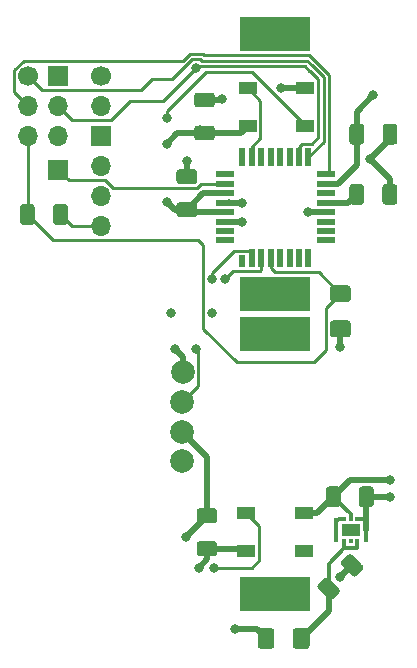
<source format=gbr>
G04 #@! TF.GenerationSoftware,KiCad,Pcbnew,(5.1.6)-1*
G04 #@! TF.CreationDate,2020-06-16T20:45:44-04:00*
G04 #@! TF.ProjectId,SRF Pendants,53524620-5065-46e6-9461-6e74732e6b69,rev?*
G04 #@! TF.SameCoordinates,Original*
G04 #@! TF.FileFunction,Copper,L4,Bot*
G04 #@! TF.FilePolarity,Positive*
%FSLAX46Y46*%
G04 Gerber Fmt 4.6, Leading zero omitted, Abs format (unit mm)*
G04 Created by KiCad (PCBNEW (5.1.6)-1) date 2020-06-16 20:45:44*
%MOMM*%
%LPD*%
G01*
G04 APERTURE LIST*
G04 #@! TA.AperFunction,ComponentPad*
%ADD10R,6.000000X3.000000*%
G04 #@! TD*
G04 #@! TA.AperFunction,ComponentPad*
%ADD11R,1.700000X1.700000*%
G04 #@! TD*
G04 #@! TA.AperFunction,SMDPad,CuDef*
%ADD12R,0.350000X0.375000*%
G04 #@! TD*
G04 #@! TA.AperFunction,SMDPad,CuDef*
%ADD13R,0.400000X2.100000*%
G04 #@! TD*
G04 #@! TA.AperFunction,SMDPad,CuDef*
%ADD14R,1.500000X1.100000*%
G04 #@! TD*
G04 #@! TA.AperFunction,SMDPad,CuDef*
%ADD15R,1.500000X1.000000*%
G04 #@! TD*
G04 #@! TA.AperFunction,ComponentPad*
%ADD16C,1.700000*%
G04 #@! TD*
G04 #@! TA.AperFunction,ComponentPad*
%ADD17O,1.700000X1.700000*%
G04 #@! TD*
G04 #@! TA.AperFunction,SMDPad,CuDef*
%ADD18C,2.000000*%
G04 #@! TD*
G04 #@! TA.AperFunction,SMDPad,CuDef*
%ADD19R,0.550000X1.000000*%
G04 #@! TD*
G04 #@! TA.AperFunction,SMDPad,CuDef*
%ADD20R,0.550000X1.600000*%
G04 #@! TD*
G04 #@! TA.AperFunction,SMDPad,CuDef*
%ADD21R,1.600000X0.550000*%
G04 #@! TD*
G04 #@! TA.AperFunction,ViaPad*
%ADD22C,0.800000*%
G04 #@! TD*
G04 #@! TA.AperFunction,Conductor*
%ADD23C,0.500000*%
G04 #@! TD*
G04 #@! TA.AperFunction,Conductor*
%ADD24C,0.350000*%
G04 #@! TD*
G04 #@! TA.AperFunction,Conductor*
%ADD25C,0.250000*%
G04 #@! TD*
G04 APERTURE END LIST*
D10*
X89500000Y-94500000D03*
X89500000Y-116500000D03*
X89500000Y-119900000D03*
X89500000Y-141900000D03*
D11*
X71100000Y-106000000D03*
D12*
X95350000Y-135562500D03*
X95900000Y-135562500D03*
X96450000Y-135562500D03*
X96450000Y-137437500D03*
X95900000Y-137437500D03*
X95350000Y-137437500D03*
D13*
X94650000Y-136500000D03*
X97150000Y-136500000D03*
D14*
X95900000Y-136500000D03*
G04 #@! TA.AperFunction,SMDPad,CuDef*
G36*
G01*
X96575000Y-134325000D02*
X96575000Y-133075000D01*
G75*
G02*
X96825000Y-132825000I250000J0D01*
G01*
X97575000Y-132825000D01*
G75*
G02*
X97825000Y-133075000I0J-250000D01*
G01*
X97825000Y-134325000D01*
G75*
G02*
X97575000Y-134575000I-250000J0D01*
G01*
X96825000Y-134575000D01*
G75*
G02*
X96575000Y-134325000I0J250000D01*
G01*
G37*
G04 #@! TD.AperFunction*
G04 #@! TA.AperFunction,SMDPad,CuDef*
G36*
G01*
X93775000Y-134325000D02*
X93775000Y-133075000D01*
G75*
G02*
X94025000Y-132825000I250000J0D01*
G01*
X94775000Y-132825000D01*
G75*
G02*
X95025000Y-133075000I0J-250000D01*
G01*
X95025000Y-134325000D01*
G75*
G02*
X94775000Y-134575000I-250000J0D01*
G01*
X94025000Y-134575000D01*
G75*
G02*
X93775000Y-134325000I0J250000D01*
G01*
G37*
G04 #@! TD.AperFunction*
G04 #@! TA.AperFunction,SMDPad,CuDef*
G36*
G01*
X95989949Y-140393934D02*
X95106065Y-139510051D01*
G75*
G02*
X95106065Y-139156497I176777J176777D01*
G01*
X95636395Y-138626167D01*
G75*
G02*
X95989949Y-138626167I176777J-176777D01*
G01*
X96873833Y-139510051D01*
G75*
G02*
X96873833Y-139863605I-176777J-176777D01*
G01*
X96343503Y-140393935D01*
G75*
G02*
X95989949Y-140393935I-176777J176777D01*
G01*
G37*
G04 #@! TD.AperFunction*
G04 #@! TA.AperFunction,SMDPad,CuDef*
G36*
G01*
X94010051Y-142373832D02*
X93126167Y-141489949D01*
G75*
G02*
X93126167Y-141136395I176777J176777D01*
G01*
X93656497Y-140606065D01*
G75*
G02*
X94010051Y-140606065I176777J-176777D01*
G01*
X94893935Y-141489949D01*
G75*
G02*
X94893935Y-141843503I-176777J-176777D01*
G01*
X94363605Y-142373833D01*
G75*
G02*
X94010051Y-142373833I-176777J176777D01*
G01*
G37*
G04 #@! TD.AperFunction*
D15*
X87150000Y-102300000D03*
X87150000Y-99100000D03*
X92050000Y-102300000D03*
X92050000Y-99100000D03*
X87050000Y-138300000D03*
X87050000Y-135100000D03*
X91950000Y-138300000D03*
X91950000Y-135100000D03*
G04 #@! TA.AperFunction,SMDPad,CuDef*
G36*
G01*
X98565000Y-108725000D02*
X98565000Y-107475000D01*
G75*
G02*
X98815000Y-107225000I250000J0D01*
G01*
X99565000Y-107225000D01*
G75*
G02*
X99815000Y-107475000I0J-250000D01*
G01*
X99815000Y-108725000D01*
G75*
G02*
X99565000Y-108975000I-250000J0D01*
G01*
X98815000Y-108975000D01*
G75*
G02*
X98565000Y-108725000I0J250000D01*
G01*
G37*
G04 #@! TD.AperFunction*
G04 #@! TA.AperFunction,SMDPad,CuDef*
G36*
G01*
X95765000Y-108725000D02*
X95765000Y-107475000D01*
G75*
G02*
X96015000Y-107225000I250000J0D01*
G01*
X96765000Y-107225000D01*
G75*
G02*
X97015000Y-107475000I0J-250000D01*
G01*
X97015000Y-108725000D01*
G75*
G02*
X96765000Y-108975000I-250000J0D01*
G01*
X96015000Y-108975000D01*
G75*
G02*
X95765000Y-108725000I0J250000D01*
G01*
G37*
G04 #@! TD.AperFunction*
D16*
X68580000Y-98100000D03*
D11*
X71120000Y-98100000D03*
D17*
X68580000Y-100640000D03*
X71120000Y-100640000D03*
X68580000Y-103180000D03*
X71120000Y-103180000D03*
D16*
X74700000Y-98100000D03*
D17*
X74700000Y-100640000D03*
D11*
X74700000Y-103180000D03*
D17*
X74700000Y-105720000D03*
X74700000Y-108260000D03*
X74700000Y-110800000D03*
G04 #@! TA.AperFunction,SMDPad,CuDef*
G36*
G01*
X69125000Y-109175000D02*
X69125000Y-110425000D01*
G75*
G02*
X68875000Y-110675000I-250000J0D01*
G01*
X68125000Y-110675000D01*
G75*
G02*
X67875000Y-110425000I0J250000D01*
G01*
X67875000Y-109175000D01*
G75*
G02*
X68125000Y-108925000I250000J0D01*
G01*
X68875000Y-108925000D01*
G75*
G02*
X69125000Y-109175000I0J-250000D01*
G01*
G37*
G04 #@! TD.AperFunction*
G04 #@! TA.AperFunction,SMDPad,CuDef*
G36*
G01*
X71925000Y-109175000D02*
X71925000Y-110425000D01*
G75*
G02*
X71675000Y-110675000I-250000J0D01*
G01*
X70925000Y-110675000D01*
G75*
G02*
X70675000Y-110425000I0J250000D01*
G01*
X70675000Y-109175000D01*
G75*
G02*
X70925000Y-108925000I250000J0D01*
G01*
X71675000Y-108925000D01*
G75*
G02*
X71925000Y-109175000I0J-250000D01*
G01*
G37*
G04 #@! TD.AperFunction*
D18*
X81640000Y-123136000D03*
X81600000Y-125700000D03*
X81600000Y-128200000D03*
X81600000Y-130700000D03*
D19*
X86700000Y-113700000D03*
D20*
X87500000Y-113450000D03*
X88300000Y-113450000D03*
X89100000Y-113450000D03*
X89900000Y-113450000D03*
X90700000Y-113450000D03*
X91500000Y-113450000D03*
X92300000Y-113450000D03*
D21*
X93750000Y-112000000D03*
X93750000Y-111200000D03*
X93750000Y-110400000D03*
X93750000Y-109600000D03*
X93750000Y-108800000D03*
X93750000Y-108000000D03*
X93750000Y-107200000D03*
X93750000Y-106400000D03*
D20*
X92300000Y-104950000D03*
X91500000Y-104950000D03*
X90700000Y-104950000D03*
X89900000Y-104950000D03*
X89100000Y-104950000D03*
X88300000Y-104950000D03*
X87500000Y-104950000D03*
X86700000Y-104950000D03*
D21*
X85250000Y-106400000D03*
X85250000Y-107200000D03*
X85250000Y-108000000D03*
X85250000Y-108800000D03*
X85250000Y-109600000D03*
X85250000Y-110400000D03*
X85250000Y-111200000D03*
X85250000Y-112000000D03*
G04 #@! TA.AperFunction,SMDPad,CuDef*
G36*
G01*
X95625000Y-117225000D02*
X94375000Y-117225000D01*
G75*
G02*
X94125000Y-116975000I0J250000D01*
G01*
X94125000Y-116050000D01*
G75*
G02*
X94375000Y-115800000I250000J0D01*
G01*
X95625000Y-115800000D01*
G75*
G02*
X95875000Y-116050000I0J-250000D01*
G01*
X95875000Y-116975000D01*
G75*
G02*
X95625000Y-117225000I-250000J0D01*
G01*
G37*
G04 #@! TD.AperFunction*
G04 #@! TA.AperFunction,SMDPad,CuDef*
G36*
G01*
X95625000Y-120200000D02*
X94375000Y-120200000D01*
G75*
G02*
X94125000Y-119950000I0J250000D01*
G01*
X94125000Y-119025000D01*
G75*
G02*
X94375000Y-118775000I250000J0D01*
G01*
X95625000Y-118775000D01*
G75*
G02*
X95875000Y-119025000I0J-250000D01*
G01*
X95875000Y-119950000D01*
G75*
G02*
X95625000Y-120200000I-250000J0D01*
G01*
G37*
G04 #@! TD.AperFunction*
G04 #@! TA.AperFunction,SMDPad,CuDef*
G36*
G01*
X88000000Y-146325000D02*
X88000000Y-145075000D01*
G75*
G02*
X88250000Y-144825000I250000J0D01*
G01*
X89175000Y-144825000D01*
G75*
G02*
X89425000Y-145075000I0J-250000D01*
G01*
X89425000Y-146325000D01*
G75*
G02*
X89175000Y-146575000I-250000J0D01*
G01*
X88250000Y-146575000D01*
G75*
G02*
X88000000Y-146325000I0J250000D01*
G01*
G37*
G04 #@! TD.AperFunction*
G04 #@! TA.AperFunction,SMDPad,CuDef*
G36*
G01*
X90975000Y-146325000D02*
X90975000Y-145075000D01*
G75*
G02*
X91225000Y-144825000I250000J0D01*
G01*
X92150000Y-144825000D01*
G75*
G02*
X92400000Y-145075000I0J-250000D01*
G01*
X92400000Y-146325000D01*
G75*
G02*
X92150000Y-146575000I-250000J0D01*
G01*
X91225000Y-146575000D01*
G75*
G02*
X90975000Y-146325000I0J250000D01*
G01*
G37*
G04 #@! TD.AperFunction*
G04 #@! TA.AperFunction,SMDPad,CuDef*
G36*
G01*
X84125000Y-100725000D02*
X82875000Y-100725000D01*
G75*
G02*
X82625000Y-100475000I0J250000D01*
G01*
X82625000Y-99725000D01*
G75*
G02*
X82875000Y-99475000I250000J0D01*
G01*
X84125000Y-99475000D01*
G75*
G02*
X84375000Y-99725000I0J-250000D01*
G01*
X84375000Y-100475000D01*
G75*
G02*
X84125000Y-100725000I-250000J0D01*
G01*
G37*
G04 #@! TD.AperFunction*
G04 #@! TA.AperFunction,SMDPad,CuDef*
G36*
G01*
X84125000Y-103525000D02*
X82875000Y-103525000D01*
G75*
G02*
X82625000Y-103275000I0J250000D01*
G01*
X82625000Y-102525000D01*
G75*
G02*
X82875000Y-102275000I250000J0D01*
G01*
X84125000Y-102275000D01*
G75*
G02*
X84375000Y-102525000I0J-250000D01*
G01*
X84375000Y-103275000D01*
G75*
G02*
X84125000Y-103525000I-250000J0D01*
G01*
G37*
G04 #@! TD.AperFunction*
G04 #@! TA.AperFunction,SMDPad,CuDef*
G36*
G01*
X83075000Y-137475000D02*
X84325000Y-137475000D01*
G75*
G02*
X84575000Y-137725000I0J-250000D01*
G01*
X84575000Y-138475000D01*
G75*
G02*
X84325000Y-138725000I-250000J0D01*
G01*
X83075000Y-138725000D01*
G75*
G02*
X82825000Y-138475000I0J250000D01*
G01*
X82825000Y-137725000D01*
G75*
G02*
X83075000Y-137475000I250000J0D01*
G01*
G37*
G04 #@! TD.AperFunction*
G04 #@! TA.AperFunction,SMDPad,CuDef*
G36*
G01*
X83075000Y-134675000D02*
X84325000Y-134675000D01*
G75*
G02*
X84575000Y-134925000I0J-250000D01*
G01*
X84575000Y-135675000D01*
G75*
G02*
X84325000Y-135925000I-250000J0D01*
G01*
X83075000Y-135925000D01*
G75*
G02*
X82825000Y-135675000I0J250000D01*
G01*
X82825000Y-134925000D01*
G75*
G02*
X83075000Y-134675000I250000J0D01*
G01*
G37*
G04 #@! TD.AperFunction*
G04 #@! TA.AperFunction,SMDPad,CuDef*
G36*
G01*
X97025000Y-102375000D02*
X97025000Y-103625000D01*
G75*
G02*
X96775000Y-103875000I-250000J0D01*
G01*
X96025000Y-103875000D01*
G75*
G02*
X95775000Y-103625000I0J250000D01*
G01*
X95775000Y-102375000D01*
G75*
G02*
X96025000Y-102125000I250000J0D01*
G01*
X96775000Y-102125000D01*
G75*
G02*
X97025000Y-102375000I0J-250000D01*
G01*
G37*
G04 #@! TD.AperFunction*
G04 #@! TA.AperFunction,SMDPad,CuDef*
G36*
G01*
X99825000Y-102375000D02*
X99825000Y-103625000D01*
G75*
G02*
X99575000Y-103875000I-250000J0D01*
G01*
X98825000Y-103875000D01*
G75*
G02*
X98575000Y-103625000I0J250000D01*
G01*
X98575000Y-102375000D01*
G75*
G02*
X98825000Y-102125000I250000J0D01*
G01*
X99575000Y-102125000D01*
G75*
G02*
X99825000Y-102375000I0J-250000D01*
G01*
G37*
G04 #@! TD.AperFunction*
G04 #@! TA.AperFunction,SMDPad,CuDef*
G36*
G01*
X81375000Y-108775000D02*
X82625000Y-108775000D01*
G75*
G02*
X82875000Y-109025000I0J-250000D01*
G01*
X82875000Y-109775000D01*
G75*
G02*
X82625000Y-110025000I-250000J0D01*
G01*
X81375000Y-110025000D01*
G75*
G02*
X81125000Y-109775000I0J250000D01*
G01*
X81125000Y-109025000D01*
G75*
G02*
X81375000Y-108775000I250000J0D01*
G01*
G37*
G04 #@! TD.AperFunction*
G04 #@! TA.AperFunction,SMDPad,CuDef*
G36*
G01*
X81375000Y-105975000D02*
X82625000Y-105975000D01*
G75*
G02*
X82875000Y-106225000I0J-250000D01*
G01*
X82875000Y-106975000D01*
G75*
G02*
X82625000Y-107225000I-250000J0D01*
G01*
X81375000Y-107225000D01*
G75*
G02*
X81125000Y-106975000I0J250000D01*
G01*
X81125000Y-106225000D01*
G75*
G02*
X81375000Y-105975000I250000J0D01*
G01*
G37*
G04 #@! TD.AperFunction*
D22*
X80700000Y-118100000D03*
X97500000Y-105100000D03*
X82000000Y-105250000D03*
X85000000Y-100000000D03*
X90000000Y-99100000D03*
X86700000Y-108800000D03*
X86700000Y-110400000D03*
X92300000Y-109600000D03*
X81900000Y-137100000D03*
X95000000Y-140500000D03*
X99200000Y-132300000D03*
X83000000Y-139700000D03*
X81000000Y-121200000D03*
X80300000Y-108700000D03*
X99200000Y-133700000D03*
X95000000Y-121000000D03*
X80300000Y-103800000D03*
X97800000Y-99700000D03*
X84100000Y-118100000D03*
X86100000Y-144900000D03*
X84300000Y-139700000D03*
X80300000Y-101600000D03*
X82800000Y-97400000D03*
X82800000Y-121200000D03*
X85200000Y-115300000D03*
X84100000Y-115300000D03*
D23*
X83500000Y-100100000D02*
X83500000Y-100000000D01*
X83500000Y-100100000D02*
X84900000Y-100100000D01*
X84900000Y-100100000D02*
X85000000Y-100000000D01*
X82000000Y-106600000D02*
X82000000Y-105250000D01*
X85250000Y-110400000D02*
X86700000Y-110400000D01*
X85639963Y-108800000D02*
X85564964Y-108725001D01*
X86700000Y-108800000D02*
X85639963Y-108800000D01*
X92300000Y-109600000D02*
X93750000Y-109600000D01*
X92050000Y-99100000D02*
X90000000Y-99100000D01*
X95000000Y-140500000D02*
X95989949Y-139510051D01*
X83400000Y-135600000D02*
X83700000Y-135300000D01*
X83700000Y-130300000D02*
X83700000Y-135300000D01*
X81600000Y-128200000D02*
X83700000Y-130300000D01*
X93000000Y-135100000D02*
X94400000Y-133700000D01*
X91950000Y-135100000D02*
X93000000Y-135100000D01*
D24*
X95900000Y-135200000D02*
X94400000Y-133700000D01*
X95900000Y-135562500D02*
X95900000Y-135200000D01*
D23*
X95800000Y-132300000D02*
X94400000Y-133700000D01*
X99200000Y-132300000D02*
X95800000Y-132300000D01*
X83700000Y-135300000D02*
X81900000Y-137100000D01*
X99190000Y-106790000D02*
X97500000Y-105100000D01*
X99190000Y-108100000D02*
X99190000Y-106790000D01*
X99200000Y-103400000D02*
X97500000Y-105100000D01*
X99200000Y-103000000D02*
X99200000Y-103400000D01*
X83500000Y-102900000D02*
X83400000Y-102900000D01*
X83100000Y-102500000D02*
X83500000Y-102900000D01*
X95000000Y-121000000D02*
X95000000Y-119487500D01*
X81000000Y-109400000D02*
X80300000Y-108700000D01*
X82000000Y-109400000D02*
X81000000Y-109400000D01*
X83400000Y-108000000D02*
X85250000Y-108000000D01*
X82000000Y-109400000D02*
X83400000Y-108000000D01*
X82200000Y-109600000D02*
X85250000Y-109600000D01*
X82000000Y-109400000D02*
X82200000Y-109600000D01*
X86550000Y-102900000D02*
X87150000Y-102300000D01*
X83500000Y-102900000D02*
X86550000Y-102900000D01*
X86850000Y-138100000D02*
X87050000Y-138300000D01*
X83700000Y-138100000D02*
X86850000Y-138100000D01*
D24*
X96937502Y-135562500D02*
X96450000Y-135562500D01*
X97150000Y-135774998D02*
X96937502Y-135562500D01*
X97150000Y-136500000D02*
X97150000Y-135774998D01*
D23*
X97150000Y-133750000D02*
X97200000Y-133700000D01*
X97150000Y-136500000D02*
X97150000Y-133750000D01*
X99200000Y-133700000D02*
X97200000Y-133700000D01*
X94835002Y-107200000D02*
X96400000Y-105635002D01*
X96400000Y-105635002D02*
X96400000Y-103000000D01*
X93750000Y-107200000D02*
X94835002Y-107200000D01*
X95690000Y-108800000D02*
X96390000Y-108100000D01*
X93750000Y-108800000D02*
X95690000Y-108800000D01*
X96400000Y-101100000D02*
X97800000Y-99700000D01*
X96400000Y-103000000D02*
X96400000Y-101100000D01*
X83700000Y-139000000D02*
X83000000Y-139700000D01*
X83700000Y-138100000D02*
X83700000Y-139000000D01*
X81200000Y-102900000D02*
X80300000Y-103800000D01*
X83500000Y-102900000D02*
X81200000Y-102900000D01*
X81640000Y-121840000D02*
X81000000Y-121200000D01*
X81640000Y-123136000D02*
X81640000Y-121840000D01*
D25*
X71995001Y-106895001D02*
X71100000Y-106000000D01*
X85250000Y-107200000D02*
X83213190Y-107200000D01*
X83213190Y-107200000D02*
X82863180Y-107550010D01*
X75074003Y-106895001D02*
X71995001Y-106895001D01*
X82863180Y-107550010D02*
X75729012Y-107550010D01*
X75729012Y-107550010D02*
X75074003Y-106895001D01*
X88225001Y-100175001D02*
X88225001Y-103364997D01*
X87500000Y-104089998D02*
X87500000Y-104950000D01*
X88225001Y-103364997D02*
X87500000Y-104089998D01*
X87150000Y-99100000D02*
X88225001Y-100175001D01*
D23*
X87912500Y-144900000D02*
X88712500Y-145700000D01*
X86100000Y-144900000D02*
X87912500Y-144900000D01*
D25*
X92050000Y-102223002D02*
X92050000Y-102300000D01*
X83634315Y-97700000D02*
X87526998Y-97700000D01*
X80300000Y-101034315D02*
X83634315Y-97700000D01*
X87526998Y-97700000D02*
X92050000Y-102223002D01*
X80300000Y-101600000D02*
X80300000Y-101034315D01*
X88125001Y-139060001D02*
X87485002Y-139700000D01*
X88125001Y-136175001D02*
X88125001Y-139060001D01*
X87050000Y-135100000D02*
X88125001Y-136175001D01*
X87485002Y-139700000D02*
X84300000Y-139700000D01*
D23*
X94010051Y-143377449D02*
X94010051Y-141489949D01*
X91687500Y-145700000D02*
X94010051Y-143377449D01*
D24*
X94010051Y-139714949D02*
X94010051Y-141489949D01*
X95350000Y-137925002D02*
X95350000Y-137437500D01*
X96424999Y-138000001D02*
X95424999Y-138000001D01*
X96450000Y-137975000D02*
X96424999Y-138000001D01*
X95424999Y-138000001D02*
X95350000Y-137925002D01*
X96450000Y-137437500D02*
X96450000Y-137975000D01*
X95350000Y-137437500D02*
X95350000Y-138050000D01*
X94010051Y-139389949D02*
X94010051Y-139714949D01*
X95350000Y-138050000D02*
X94010051Y-139389949D01*
D25*
X89100000Y-114335002D02*
X89100000Y-113250000D01*
X89100000Y-114300000D02*
X89100000Y-113250000D01*
X89474999Y-114674999D02*
X89100000Y-114300000D01*
X93162499Y-114674999D02*
X89474999Y-114674999D01*
X95000000Y-116512500D02*
X93162499Y-114674999D01*
X93799990Y-117712510D02*
X93799990Y-121285012D01*
X93799990Y-121285012D02*
X92760001Y-122325001D01*
X95000000Y-116512500D02*
X93799990Y-117712510D01*
X92760001Y-122325001D02*
X86239999Y-122325001D01*
X86239999Y-122325001D02*
X83400000Y-119485002D01*
X68580000Y-109220000D02*
X68500000Y-109300000D01*
X68580000Y-109720000D02*
X68500000Y-109800000D01*
X68580000Y-103180000D02*
X68580000Y-109720000D01*
X82975001Y-111975001D02*
X83400000Y-112400000D01*
X68500000Y-109800000D02*
X70675001Y-111975001D01*
X83400000Y-119485002D02*
X83400000Y-112400000D01*
X70675001Y-111975001D02*
X82975001Y-111975001D01*
X71400000Y-109200000D02*
X71300000Y-109300000D01*
X72300000Y-110800000D02*
X71300000Y-109800000D01*
X74700000Y-110800000D02*
X72300000Y-110800000D01*
X82974979Y-97225021D02*
X82800000Y-97400000D01*
X91988611Y-97225021D02*
X82974979Y-97225021D01*
X92388598Y-97625008D02*
X91988611Y-97225021D01*
X92410011Y-97625009D02*
X92388598Y-97625008D01*
X93125001Y-98339999D02*
X92410011Y-97625009D01*
X91500000Y-104089998D02*
X91764999Y-103824999D01*
X91764999Y-103824999D02*
X92575001Y-103824999D01*
X91500000Y-104950000D02*
X91500000Y-104089998D01*
X92575001Y-103824999D02*
X93125001Y-103274999D01*
X93125001Y-103274999D02*
X93125001Y-98339999D01*
X81600000Y-125700000D02*
X82965001Y-124334999D01*
X82965001Y-121365001D02*
X82800000Y-121200000D01*
X82965001Y-124334999D02*
X82965001Y-121365001D01*
X82800000Y-97400000D02*
X81600000Y-98600000D01*
X80025001Y-100174999D02*
X81600000Y-98600000D01*
X77223999Y-100174999D02*
X80025001Y-100174999D01*
X81600000Y-98600000D02*
X81525001Y-98674999D01*
X75583997Y-101815001D02*
X77223999Y-100174999D01*
X72295001Y-101815001D02*
X75583997Y-101815001D01*
X71120000Y-100640000D02*
X72295001Y-101815001D01*
X83434413Y-96325001D02*
X83334401Y-96224989D01*
X94025021Y-106124979D02*
X94025021Y-97967199D01*
X94025021Y-97967199D02*
X92382823Y-96325001D01*
X93750000Y-106400000D02*
X94025021Y-106124979D01*
X92382823Y-96325001D02*
X83434413Y-96325001D01*
X83334401Y-96224989D02*
X82238600Y-96224990D01*
X81701658Y-96761932D02*
X82238600Y-96224990D01*
X67404999Y-97535999D02*
X68179066Y-96761932D01*
X68179066Y-96761932D02*
X81701658Y-96761932D01*
X67404999Y-99464999D02*
X67404999Y-97535999D01*
X68580000Y-100640000D02*
X67404999Y-99464999D01*
X85924999Y-114575001D02*
X88224999Y-114575001D01*
X85200000Y-115300000D02*
X85924999Y-114575001D01*
X88300000Y-114500000D02*
X88300000Y-113450000D01*
X88224999Y-114575001D02*
X88300000Y-114500000D01*
X87500000Y-113139998D02*
X87235001Y-112874999D01*
X87500000Y-113450000D02*
X87500000Y-113139998D01*
X85959316Y-112874999D02*
X87235001Y-112874999D01*
X84100000Y-114734315D02*
X85959316Y-112874999D01*
X84100000Y-115300000D02*
X84100000Y-114734315D01*
X92574999Y-97174999D02*
X92175011Y-96775011D01*
X93575011Y-98153599D02*
X92596411Y-97174999D01*
X92175011Y-96775011D02*
X83248013Y-96775011D01*
X93575011Y-103674989D02*
X93575011Y-98153599D01*
X92596411Y-97174999D02*
X92574999Y-97174999D01*
X92300000Y-104950000D02*
X93575011Y-103674989D01*
X83148001Y-96674999D02*
X82425001Y-96674999D01*
X83248013Y-96775011D02*
X83148001Y-96674999D01*
X82425001Y-96674999D02*
X80774999Y-98325001D01*
X79073997Y-98325001D02*
X80774999Y-98325001D01*
X78123997Y-99275001D02*
X79073997Y-98325001D01*
X69755001Y-99275001D02*
X78123997Y-99275001D01*
X68580000Y-98100000D02*
X69755001Y-99275001D01*
D24*
X94862498Y-135562500D02*
X95350000Y-135562500D01*
X94650000Y-135774998D02*
X94862498Y-135562500D01*
X94650000Y-136500000D02*
X94650000Y-135774998D01*
M02*

</source>
